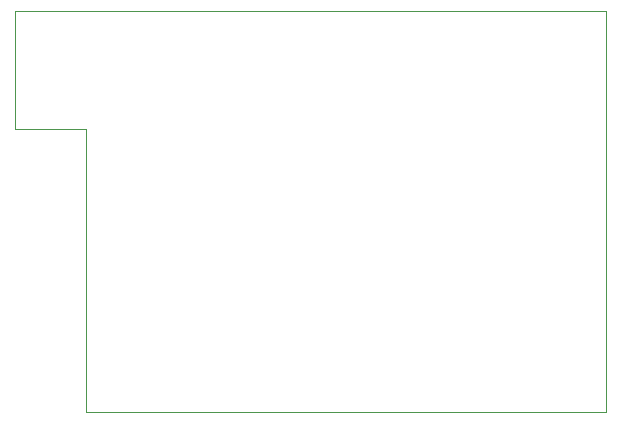
<source format=gbr>
%TF.GenerationSoftware,KiCad,Pcbnew,(5.1.9-0-10_14)*%
%TF.CreationDate,2021-05-02T11:19:56+01:00*%
%TF.ProjectId,Access,41636365-7373-42e6-9b69-6361645f7063,1*%
%TF.SameCoordinates,Original*%
%TF.FileFunction,Profile,NP*%
%FSLAX46Y46*%
G04 Gerber Fmt 4.6, Leading zero omitted, Abs format (unit mm)*
G04 Created by KiCad (PCBNEW (5.1.9-0-10_14)) date 2021-05-02 11:19:56*
%MOMM*%
%LPD*%
G01*
G04 APERTURE LIST*
%TA.AperFunction,Profile*%
%ADD10C,0.100000*%
%TD*%
G04 APERTURE END LIST*
D10*
X110050000Y-54900000D02*
X110050000Y-44900000D01*
X116050000Y-54900000D02*
X110050000Y-54900000D01*
X116050000Y-78900000D02*
X116050000Y-54900000D01*
X160050000Y-78900000D02*
X116050000Y-78900000D01*
X160050000Y-44900000D02*
X160050000Y-78900000D01*
X110050000Y-44900000D02*
X160050000Y-44900000D01*
M02*

</source>
